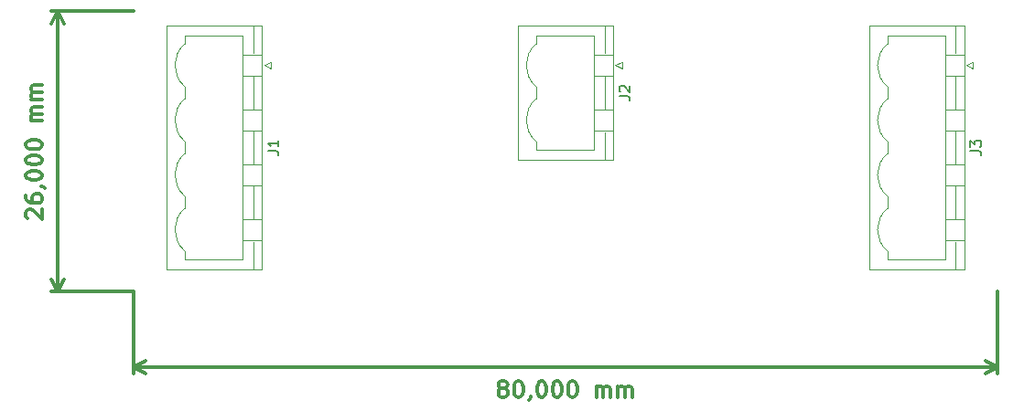
<source format=gbr>
G04 #@! TF.GenerationSoftware,KiCad,Pcbnew,5.0.2-bee76a0~70~ubuntu18.04.1*
G04 #@! TF.CreationDate,2020-11-30T21:54:16+01:00*
G04 #@! TF.ProjectId,MateLightCrateConnector,4d617465-4c69-4676-9874-437261746543,v0.1.0*
G04 #@! TF.SameCoordinates,Original*
G04 #@! TF.FileFunction,Legend,Top*
G04 #@! TF.FilePolarity,Positive*
%FSLAX46Y46*%
G04 Gerber Fmt 4.6, Leading zero omitted, Abs format (unit mm)*
G04 Created by KiCad (PCBNEW 5.0.2-bee76a0~70~ubuntu18.04.1) date Mo 30 Nov 2020 21:54:16 CET*
%MOMM*%
%LPD*%
G01*
G04 APERTURE LIST*
%ADD10C,0.300000*%
%ADD11C,0.120000*%
%ADD12C,0.150000*%
G04 APERTURE END LIST*
D10*
X80221428Y-113214285D02*
X80150000Y-113142857D01*
X80078571Y-113000000D01*
X80078571Y-112642857D01*
X80150000Y-112500000D01*
X80221428Y-112428571D01*
X80364285Y-112357142D01*
X80507142Y-112357142D01*
X80721428Y-112428571D01*
X81578571Y-113285714D01*
X81578571Y-112357142D01*
X80078571Y-111071428D02*
X80078571Y-111357142D01*
X80150000Y-111500000D01*
X80221428Y-111571428D01*
X80435714Y-111714285D01*
X80721428Y-111785714D01*
X81292857Y-111785714D01*
X81435714Y-111714285D01*
X81507142Y-111642857D01*
X81578571Y-111500000D01*
X81578571Y-111214285D01*
X81507142Y-111071428D01*
X81435714Y-111000000D01*
X81292857Y-110928571D01*
X80935714Y-110928571D01*
X80792857Y-111000000D01*
X80721428Y-111071428D01*
X80650000Y-111214285D01*
X80650000Y-111500000D01*
X80721428Y-111642857D01*
X80792857Y-111714285D01*
X80935714Y-111785714D01*
X81507142Y-110214285D02*
X81578571Y-110214285D01*
X81721428Y-110285714D01*
X81792857Y-110357142D01*
X80078571Y-109285714D02*
X80078571Y-109142857D01*
X80150000Y-109000000D01*
X80221428Y-108928571D01*
X80364285Y-108857142D01*
X80650000Y-108785714D01*
X81007142Y-108785714D01*
X81292857Y-108857142D01*
X81435714Y-108928571D01*
X81507142Y-109000000D01*
X81578571Y-109142857D01*
X81578571Y-109285714D01*
X81507142Y-109428571D01*
X81435714Y-109500000D01*
X81292857Y-109571428D01*
X81007142Y-109642857D01*
X80650000Y-109642857D01*
X80364285Y-109571428D01*
X80221428Y-109500000D01*
X80150000Y-109428571D01*
X80078571Y-109285714D01*
X80078571Y-107857142D02*
X80078571Y-107714285D01*
X80150000Y-107571428D01*
X80221428Y-107500000D01*
X80364285Y-107428571D01*
X80650000Y-107357142D01*
X81007142Y-107357142D01*
X81292857Y-107428571D01*
X81435714Y-107500000D01*
X81507142Y-107571428D01*
X81578571Y-107714285D01*
X81578571Y-107857142D01*
X81507142Y-108000000D01*
X81435714Y-108071428D01*
X81292857Y-108142857D01*
X81007142Y-108214285D01*
X80650000Y-108214285D01*
X80364285Y-108142857D01*
X80221428Y-108071428D01*
X80150000Y-108000000D01*
X80078571Y-107857142D01*
X80078571Y-106428571D02*
X80078571Y-106285714D01*
X80150000Y-106142857D01*
X80221428Y-106071428D01*
X80364285Y-106000000D01*
X80650000Y-105928571D01*
X81007142Y-105928571D01*
X81292857Y-106000000D01*
X81435714Y-106071428D01*
X81507142Y-106142857D01*
X81578571Y-106285714D01*
X81578571Y-106428571D01*
X81507142Y-106571428D01*
X81435714Y-106642857D01*
X81292857Y-106714285D01*
X81007142Y-106785714D01*
X80650000Y-106785714D01*
X80364285Y-106714285D01*
X80221428Y-106642857D01*
X80150000Y-106571428D01*
X80078571Y-106428571D01*
X81578571Y-104142857D02*
X80578571Y-104142857D01*
X80721428Y-104142857D02*
X80650000Y-104071428D01*
X80578571Y-103928571D01*
X80578571Y-103714285D01*
X80650000Y-103571428D01*
X80792857Y-103500000D01*
X81578571Y-103500000D01*
X80792857Y-103500000D02*
X80650000Y-103428571D01*
X80578571Y-103285714D01*
X80578571Y-103071428D01*
X80650000Y-102928571D01*
X80792857Y-102857142D01*
X81578571Y-102857142D01*
X81578571Y-102142857D02*
X80578571Y-102142857D01*
X80721428Y-102142857D02*
X80650000Y-102071428D01*
X80578571Y-101928571D01*
X80578571Y-101714285D01*
X80650000Y-101571428D01*
X80792857Y-101500000D01*
X81578571Y-101500000D01*
X80792857Y-101500000D02*
X80650000Y-101428571D01*
X80578571Y-101285714D01*
X80578571Y-101071428D01*
X80650000Y-100928571D01*
X80792857Y-100857142D01*
X81578571Y-100857142D01*
X83000000Y-120000000D02*
X83000000Y-94000000D01*
X90000000Y-120000000D02*
X82413579Y-120000000D01*
X90000000Y-94000000D02*
X82413579Y-94000000D01*
X83000000Y-94000000D02*
X83586421Y-95126504D01*
X83000000Y-94000000D02*
X82413579Y-95126504D01*
X83000000Y-120000000D02*
X83586421Y-118873496D01*
X83000000Y-120000000D02*
X82413579Y-118873496D01*
X124071428Y-128921428D02*
X123928571Y-128850000D01*
X123857142Y-128778571D01*
X123785714Y-128635714D01*
X123785714Y-128564285D01*
X123857142Y-128421428D01*
X123928571Y-128350000D01*
X124071428Y-128278571D01*
X124357142Y-128278571D01*
X124500000Y-128350000D01*
X124571428Y-128421428D01*
X124642857Y-128564285D01*
X124642857Y-128635714D01*
X124571428Y-128778571D01*
X124500000Y-128850000D01*
X124357142Y-128921428D01*
X124071428Y-128921428D01*
X123928571Y-128992857D01*
X123857142Y-129064285D01*
X123785714Y-129207142D01*
X123785714Y-129492857D01*
X123857142Y-129635714D01*
X123928571Y-129707142D01*
X124071428Y-129778571D01*
X124357142Y-129778571D01*
X124500000Y-129707142D01*
X124571428Y-129635714D01*
X124642857Y-129492857D01*
X124642857Y-129207142D01*
X124571428Y-129064285D01*
X124500000Y-128992857D01*
X124357142Y-128921428D01*
X125571428Y-128278571D02*
X125714285Y-128278571D01*
X125857142Y-128350000D01*
X125928571Y-128421428D01*
X126000000Y-128564285D01*
X126071428Y-128850000D01*
X126071428Y-129207142D01*
X126000000Y-129492857D01*
X125928571Y-129635714D01*
X125857142Y-129707142D01*
X125714285Y-129778571D01*
X125571428Y-129778571D01*
X125428571Y-129707142D01*
X125357142Y-129635714D01*
X125285714Y-129492857D01*
X125214285Y-129207142D01*
X125214285Y-128850000D01*
X125285714Y-128564285D01*
X125357142Y-128421428D01*
X125428571Y-128350000D01*
X125571428Y-128278571D01*
X126785714Y-129707142D02*
X126785714Y-129778571D01*
X126714285Y-129921428D01*
X126642857Y-129992857D01*
X127714285Y-128278571D02*
X127857142Y-128278571D01*
X128000000Y-128350000D01*
X128071428Y-128421428D01*
X128142857Y-128564285D01*
X128214285Y-128850000D01*
X128214285Y-129207142D01*
X128142857Y-129492857D01*
X128071428Y-129635714D01*
X128000000Y-129707142D01*
X127857142Y-129778571D01*
X127714285Y-129778571D01*
X127571428Y-129707142D01*
X127500000Y-129635714D01*
X127428571Y-129492857D01*
X127357142Y-129207142D01*
X127357142Y-128850000D01*
X127428571Y-128564285D01*
X127500000Y-128421428D01*
X127571428Y-128350000D01*
X127714285Y-128278571D01*
X129142857Y-128278571D02*
X129285714Y-128278571D01*
X129428571Y-128350000D01*
X129500000Y-128421428D01*
X129571428Y-128564285D01*
X129642857Y-128850000D01*
X129642857Y-129207142D01*
X129571428Y-129492857D01*
X129500000Y-129635714D01*
X129428571Y-129707142D01*
X129285714Y-129778571D01*
X129142857Y-129778571D01*
X129000000Y-129707142D01*
X128928571Y-129635714D01*
X128857142Y-129492857D01*
X128785714Y-129207142D01*
X128785714Y-128850000D01*
X128857142Y-128564285D01*
X128928571Y-128421428D01*
X129000000Y-128350000D01*
X129142857Y-128278571D01*
X130571428Y-128278571D02*
X130714285Y-128278571D01*
X130857142Y-128350000D01*
X130928571Y-128421428D01*
X131000000Y-128564285D01*
X131071428Y-128850000D01*
X131071428Y-129207142D01*
X131000000Y-129492857D01*
X130928571Y-129635714D01*
X130857142Y-129707142D01*
X130714285Y-129778571D01*
X130571428Y-129778571D01*
X130428571Y-129707142D01*
X130357142Y-129635714D01*
X130285714Y-129492857D01*
X130214285Y-129207142D01*
X130214285Y-128850000D01*
X130285714Y-128564285D01*
X130357142Y-128421428D01*
X130428571Y-128350000D01*
X130571428Y-128278571D01*
X132857142Y-129778571D02*
X132857142Y-128778571D01*
X132857142Y-128921428D02*
X132928571Y-128850000D01*
X133071428Y-128778571D01*
X133285714Y-128778571D01*
X133428571Y-128850000D01*
X133500000Y-128992857D01*
X133500000Y-129778571D01*
X133500000Y-128992857D02*
X133571428Y-128850000D01*
X133714285Y-128778571D01*
X133928571Y-128778571D01*
X134071428Y-128850000D01*
X134142857Y-128992857D01*
X134142857Y-129778571D01*
X134857142Y-129778571D02*
X134857142Y-128778571D01*
X134857142Y-128921428D02*
X134928571Y-128850000D01*
X135071428Y-128778571D01*
X135285714Y-128778571D01*
X135428571Y-128850000D01*
X135500000Y-128992857D01*
X135500000Y-129778571D01*
X135500000Y-128992857D02*
X135571428Y-128850000D01*
X135714285Y-128778571D01*
X135928571Y-128778571D01*
X136071428Y-128850000D01*
X136142857Y-128992857D01*
X136142857Y-129778571D01*
X90000000Y-127000000D02*
X170000000Y-127000000D01*
X90000000Y-120000000D02*
X90000000Y-127586421D01*
X170000000Y-120000000D02*
X170000000Y-127586421D01*
X170000000Y-127000000D02*
X168873496Y-127586421D01*
X170000000Y-127000000D02*
X168873496Y-126413579D01*
X90000000Y-127000000D02*
X91126504Y-127586421D01*
X90000000Y-127000000D02*
X91126504Y-126413579D01*
D11*
G04 #@! TO.C,J1*
X102710000Y-98700000D02*
X102710000Y-99300000D01*
X102110000Y-99000000D02*
X102710000Y-98700000D01*
X102710000Y-99300000D02*
X102110000Y-99000000D01*
X94800000Y-116980000D02*
X94800000Y-116240000D01*
X100100000Y-116980000D02*
X94800000Y-116980000D01*
X100100000Y-96260000D02*
X100100000Y-116980000D01*
X94800000Y-96260000D02*
X100100000Y-96260000D01*
X94800000Y-97000000D02*
X94800000Y-96260000D01*
X94800000Y-111160000D02*
X94800000Y-112240000D01*
X94800000Y-106080000D02*
X94800000Y-107160000D01*
X94800000Y-101000000D02*
X94800000Y-102080000D01*
X100100000Y-115240000D02*
X100100000Y-113240000D01*
X101910000Y-115240000D02*
X100100000Y-115240000D01*
X101910000Y-113240000D02*
X101910000Y-115240000D01*
X100100000Y-113240000D02*
X101910000Y-113240000D01*
X100100000Y-110160000D02*
X100100000Y-108160000D01*
X101910000Y-110160000D02*
X100100000Y-110160000D01*
X101910000Y-108160000D02*
X101910000Y-110160000D01*
X100100000Y-108160000D02*
X101910000Y-108160000D01*
X100100000Y-105080000D02*
X100100000Y-103080000D01*
X101910000Y-105080000D02*
X100100000Y-105080000D01*
X101910000Y-103080000D02*
X101910000Y-105080000D01*
X100100000Y-103080000D02*
X101910000Y-103080000D01*
X100100000Y-100000000D02*
X100100000Y-98000000D01*
X101910000Y-100000000D02*
X100100000Y-100000000D01*
X101910000Y-98000000D02*
X101910000Y-100000000D01*
X100100000Y-98000000D02*
X101910000Y-98000000D01*
X101100000Y-110160000D02*
X101100000Y-113240000D01*
X101100000Y-105080000D02*
X101100000Y-108160000D01*
X101100000Y-100000000D02*
X101100000Y-103080000D01*
X101100000Y-117890000D02*
X101100000Y-115350000D01*
X101100000Y-95350000D02*
X101100000Y-97890000D01*
X101910000Y-117890000D02*
X101910000Y-95350000D01*
X93090000Y-117890000D02*
X101910000Y-117890000D01*
X93090000Y-95350000D02*
X93090000Y-117890000D01*
X101910000Y-95350000D02*
X93090000Y-95350000D01*
X94784179Y-116226841D02*
G75*
G02X94800000Y-112240000I1665821J1986841D01*
G01*
X94784179Y-111146841D02*
G75*
G02X94800000Y-107160000I1665821J1986841D01*
G01*
X94784179Y-106066841D02*
G75*
G02X94800000Y-102080000I1665821J1986841D01*
G01*
X94784179Y-100986841D02*
G75*
G02X94800000Y-97000000I1665821J1986841D01*
G01*
G04 #@! TO.C,J2*
X127284179Y-100986841D02*
G75*
G02X127300000Y-97000000I1665821J1986841D01*
G01*
X127284179Y-106066841D02*
G75*
G02X127300000Y-102080000I1665821J1986841D01*
G01*
X134410000Y-95350000D02*
X125590000Y-95350000D01*
X125590000Y-95350000D02*
X125590000Y-107730000D01*
X125590000Y-107730000D02*
X134410000Y-107730000D01*
X134410000Y-107730000D02*
X134410000Y-95350000D01*
X133600000Y-95350000D02*
X133600000Y-97890000D01*
X133600000Y-107730000D02*
X133600000Y-105190000D01*
X133600000Y-100000000D02*
X133600000Y-103080000D01*
X132600000Y-98000000D02*
X134410000Y-98000000D01*
X134410000Y-98000000D02*
X134410000Y-100000000D01*
X134410000Y-100000000D02*
X132600000Y-100000000D01*
X132600000Y-100000000D02*
X132600000Y-98000000D01*
X132600000Y-103080000D02*
X134410000Y-103080000D01*
X134410000Y-103080000D02*
X134410000Y-105080000D01*
X134410000Y-105080000D02*
X132600000Y-105080000D01*
X132600000Y-105080000D02*
X132600000Y-103080000D01*
X127300000Y-101000000D02*
X127300000Y-102080000D01*
X127300000Y-97000000D02*
X127300000Y-96260000D01*
X127300000Y-96260000D02*
X132600000Y-96260000D01*
X132600000Y-96260000D02*
X132600000Y-106820000D01*
X132600000Y-106820000D02*
X127300000Y-106820000D01*
X127300000Y-106820000D02*
X127300000Y-106080000D01*
X135210000Y-99300000D02*
X134610000Y-99000000D01*
X134610000Y-99000000D02*
X135210000Y-98700000D01*
X135210000Y-98700000D02*
X135210000Y-99300000D01*
G04 #@! TO.C,J3*
X159784179Y-100986841D02*
G75*
G02X159800000Y-97000000I1665821J1986841D01*
G01*
X159784179Y-106066841D02*
G75*
G02X159800000Y-102080000I1665821J1986841D01*
G01*
X159784179Y-111146841D02*
G75*
G02X159800000Y-107160000I1665821J1986841D01*
G01*
X159784179Y-116226841D02*
G75*
G02X159800000Y-112240000I1665821J1986841D01*
G01*
X166910000Y-95350000D02*
X158090000Y-95350000D01*
X158090000Y-95350000D02*
X158090000Y-117890000D01*
X158090000Y-117890000D02*
X166910000Y-117890000D01*
X166910000Y-117890000D02*
X166910000Y-95350000D01*
X166100000Y-95350000D02*
X166100000Y-97890000D01*
X166100000Y-117890000D02*
X166100000Y-115350000D01*
X166100000Y-100000000D02*
X166100000Y-103080000D01*
X166100000Y-105080000D02*
X166100000Y-108160000D01*
X166100000Y-110160000D02*
X166100000Y-113240000D01*
X165100000Y-98000000D02*
X166910000Y-98000000D01*
X166910000Y-98000000D02*
X166910000Y-100000000D01*
X166910000Y-100000000D02*
X165100000Y-100000000D01*
X165100000Y-100000000D02*
X165100000Y-98000000D01*
X165100000Y-103080000D02*
X166910000Y-103080000D01*
X166910000Y-103080000D02*
X166910000Y-105080000D01*
X166910000Y-105080000D02*
X165100000Y-105080000D01*
X165100000Y-105080000D02*
X165100000Y-103080000D01*
X165100000Y-108160000D02*
X166910000Y-108160000D01*
X166910000Y-108160000D02*
X166910000Y-110160000D01*
X166910000Y-110160000D02*
X165100000Y-110160000D01*
X165100000Y-110160000D02*
X165100000Y-108160000D01*
X165100000Y-113240000D02*
X166910000Y-113240000D01*
X166910000Y-113240000D02*
X166910000Y-115240000D01*
X166910000Y-115240000D02*
X165100000Y-115240000D01*
X165100000Y-115240000D02*
X165100000Y-113240000D01*
X159800000Y-101000000D02*
X159800000Y-102080000D01*
X159800000Y-106080000D02*
X159800000Y-107160000D01*
X159800000Y-111160000D02*
X159800000Y-112240000D01*
X159800000Y-97000000D02*
X159800000Y-96260000D01*
X159800000Y-96260000D02*
X165100000Y-96260000D01*
X165100000Y-96260000D02*
X165100000Y-116980000D01*
X165100000Y-116980000D02*
X159800000Y-116980000D01*
X159800000Y-116980000D02*
X159800000Y-116240000D01*
X167710000Y-99300000D02*
X167110000Y-99000000D01*
X167110000Y-99000000D02*
X167710000Y-98700000D01*
X167710000Y-98700000D02*
X167710000Y-99300000D01*
G04 #@! TO.C,J1*
D12*
X102452380Y-106953333D02*
X103166666Y-106953333D01*
X103309523Y-107000952D01*
X103404761Y-107096190D01*
X103452380Y-107239047D01*
X103452380Y-107334285D01*
X103452380Y-105953333D02*
X103452380Y-106524761D01*
X103452380Y-106239047D02*
X102452380Y-106239047D01*
X102595238Y-106334285D01*
X102690476Y-106429523D01*
X102738095Y-106524761D01*
G04 #@! TO.C,J2*
X134952380Y-101873333D02*
X135666666Y-101873333D01*
X135809523Y-101920952D01*
X135904761Y-102016190D01*
X135952380Y-102159047D01*
X135952380Y-102254285D01*
X135047619Y-101444761D02*
X135000000Y-101397142D01*
X134952380Y-101301904D01*
X134952380Y-101063809D01*
X135000000Y-100968571D01*
X135047619Y-100920952D01*
X135142857Y-100873333D01*
X135238095Y-100873333D01*
X135380952Y-100920952D01*
X135952380Y-101492380D01*
X135952380Y-100873333D01*
G04 #@! TO.C,J3*
X167452380Y-106953333D02*
X168166666Y-106953333D01*
X168309523Y-107000952D01*
X168404761Y-107096190D01*
X168452380Y-107239047D01*
X168452380Y-107334285D01*
X167452380Y-106572380D02*
X167452380Y-105953333D01*
X167833333Y-106286666D01*
X167833333Y-106143809D01*
X167880952Y-106048571D01*
X167928571Y-106000952D01*
X168023809Y-105953333D01*
X168261904Y-105953333D01*
X168357142Y-106000952D01*
X168404761Y-106048571D01*
X168452380Y-106143809D01*
X168452380Y-106429523D01*
X168404761Y-106524761D01*
X168357142Y-106572380D01*
G04 #@! TD*
M02*

</source>
